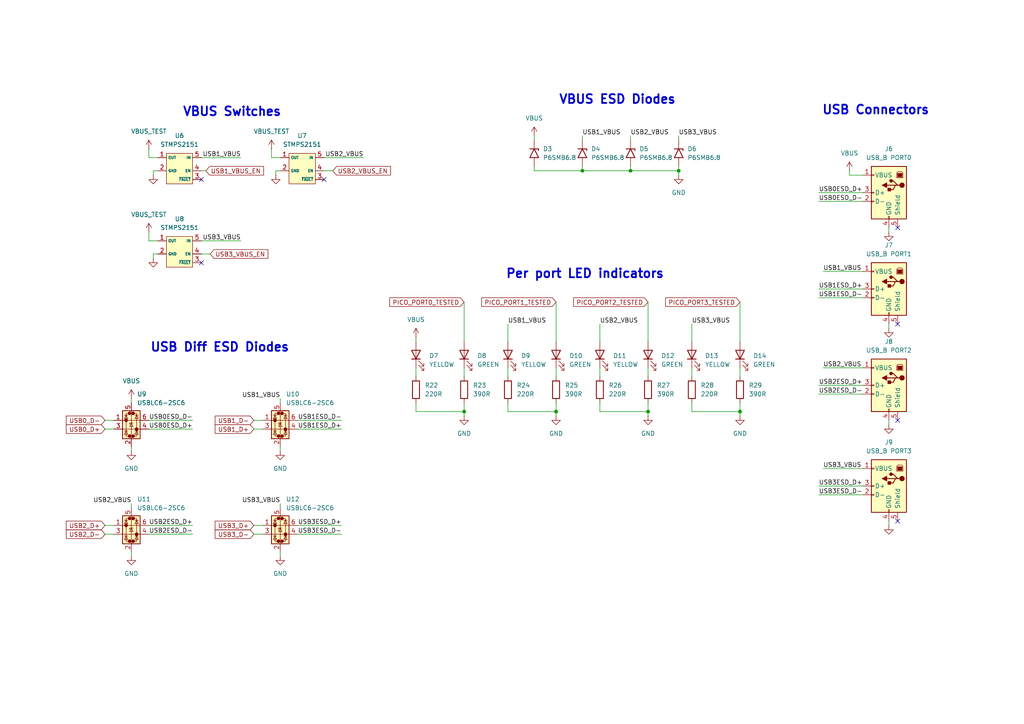
<source format=kicad_sch>
(kicad_sch (version 20250114) (generator "eeschema") (generator_version "9.0")
  (paper "A4")
  (lib_symbols
    (symbol "Connector:USB_B" (pin_names (offset 1.016))
      (property "Reference" "J" (at -5.08 11.43 0))
      (property "Value" "USB_B" (at -5.08 8.89 0))
      (symbol "USB_B_0_1"
        (rectangle (start -5.08 -7.62) (end 5.08 7.62) (stroke (width 0.254)) (fill (type background)))
        (polyline (pts (xy -4.064 4.318) (xy -2.286 4.318) (xy -2.286 5.715) (xy -2.667 6.096) (xy -3.683 6.096) (xy -4.064 5.715) (xy -4.064 4.318)))
        (rectangle (start -3.81 5.588) (end -2.54 4.572) (fill (type outline)))
        (circle (center -3.81 2.159) (radius 0.635) (stroke (width 0.254)) (fill (type outline)))
        (polyline (pts (xy -3.175 2.159) (xy -2.54 2.159) (xy -1.27 3.429) (xy -0.635 3.429)) (stroke (width 0.254)))
        (polyline (pts (xy -2.54 2.159) (xy -1.905 2.159) (xy -1.27 0.889) (xy 0 0.889)) (stroke (width 0.254)))
        (polyline (pts (xy -1.905 2.159) (xy 0.635 2.159)) (stroke (width 0.254)))
        (circle (center -0.635 3.429) (radius 0.381) (stroke (width 0.254)) (fill (type outline)))
        (rectangle (start -0.127 -7.62) (end 0.127 -6.858))
        (rectangle (start 0.254 1.27) (end -0.508 0.508) (stroke (width 0.254)) (fill (type outline)))
        (polyline (pts (xy 0.635 2.794) (xy 0.635 1.524) (xy 1.905 2.159) (xy 0.635 2.794)) (stroke (width 0.254)) (fill (type outline)))
        (rectangle (start 5.08 4.953) (end 4.318 5.207))
        (rectangle (start 5.08 -0.127) (end 4.318 0.127))
        (rectangle (start 5.08 -2.667) (end 4.318 -2.413))
      )
      (symbol "USB_B_1_1"
        (pin passive line (at -2.54 -10.16 90) (length 2.54) (name "Shield") (number "5"))
        (pin power_out line (at 0 -10.16 90) (length 2.54) (name "GND") (number "4"))
        (pin power_out line (at 7.62 5.08 180) (length 2.54) (name "VBUS") (number "1"))
        (pin bidirectional line (at 7.62 0 180) (length 2.54) (name "D+") (number "3"))
        (pin bidirectional line (at 7.62 -2.54 180) (length 2.54) (name "D-") (number "2"))
      )
    )
    (symbol "Device:LED" (pin_numbers (hide yes)) (pin_names (offset 1.016) (hide yes))
      (property "Reference" "D" (at 0 2.54 0))
      (property "Value" "LED" (at 0 -2.54 0))
      (symbol "LED_0_1"
        (polyline (pts (xy -3.048 -0.762) (xy -4.572 -2.286) (xy -3.81 -2.286) (xy -4.572 -2.286) (xy -4.572 -1.524)))
        (polyline (pts (xy -1.778 -0.762) (xy -3.302 -2.286) (xy -2.54 -2.286) (xy -3.302 -2.286) (xy -3.302 -1.524)))
        (polyline (pts (xy -1.27 0) (xy 1.27 0)))
        (polyline (pts (xy -1.27 -1.27) (xy -1.27 1.27)) (stroke (width 0.254)))
        (polyline (pts (xy 1.27 -1.27) (xy 1.27 1.27) (xy -1.27 0) (xy 1.27 -1.27)) (stroke (width 0.254)))
      )
      (symbol "LED_1_1"
        (pin passive line (at -3.81 0 0) (length 2.54) (name "K") (number "1"))
        (pin passive line (at 3.81 0 180) (length 2.54) (name "A") (number "2"))
      )
    )
    (symbol "Device:R" (pin_numbers (hide yes)) (pin_names (offset 0))
      (property "Reference" "R" (at 2.032 0 90))
      (property "Value" "R" (at 0 0 90))
      (symbol "R_0_1"
        (rectangle (start -1.016 -2.54) (end 1.016 2.54) (stroke (width 0.254)))
      )
      (symbol "R_1_1"
        (pin passive line (at 0 3.81 270) (length 1.27) (name "~") (number "1"))
        (pin passive line (at 0 -3.81 90) (length 1.27) (name "~") (number "2"))
      )
    )
    (symbol "Diode:SM6T6V8A" (pin_numbers (hide yes)) (pin_names (offset 1.016) (hide yes))
      (property "Reference" "D" (at 0 2.54 0))
      (property "Value" "SM6T6V8A" (at 0 -2.54 0))
      (symbol "SM6T6V8A_0_1"
        (polyline (pts (xy -0.762 1.27) (xy -1.27 1.27) (xy -1.27 -1.27)) (stroke (width 0.254)))
        (polyline (pts (xy 1.27 1.27) (xy 1.27 -1.27) (xy -1.27 0) (xy 1.27 1.27)) (stroke (width 0.254)))
      )
      (symbol "SM6T6V8A_1_1"
        (pin passive line (at -3.81 0 0) (length 2.54) (name "A1") (number "1"))
        (pin passive line (at 3.81 0 180) (length 2.54) (name "A2") (number "2"))
      )
    )
    (symbol "My_Library:STMPS2151STR"
      (property "Reference" "U" (at 2.794 8.636 0))
      (property "Value" "STMPS2151" (at 4.318 6.604 0))
      (symbol "STMPS2151STR_1_1"
        (rectangle (start -3.81 5.08) (end 3.81 -3.81) (fill (type background)))
        (pin power_in line (at -6.35 3.81 0) (length 2.54) (name "IN") (number "5"))
        (pin input line (at -6.35 0 0) (length 2.54) (name "EN") (number "4"))
        (pin output line (at -6.35 -2.54 0) (length 2.54) (name "~{FAULT}") (number "3"))
        (pin power_out line (at 6.35 3.81 180) (length 2.54) (name "OUT") (number "1"))
        (pin power_in line (at 6.35 0 180) (length 2.54) (name "GND") (number "2"))
      )
    )
    (symbol "Power_Protection:USBLC6-2SC6" (pin_names (hide yes))
      (property "Reference" "U" (at 0.635 5.715 0))
      (property "Value" "USBLC6-2SC6" (at 0.635 3.81 0))
      (symbol "USBLC6-2SC6_0_0"
        (circle (center -1.524 0) (radius 0.0001) (stroke (width 0.508)))
        (circle (center -0.508 2.032) (radius 0.0001) (stroke (width 0.508)))
        (circle (center -0.508 -4.572) (radius 0.0001) (stroke (width 0.508)))
        (circle (center 0.508 2.032) (radius 0.0001) (stroke (width 0.508)))
        (circle (center 0.508 -4.572) (radius 0.0001) (stroke (width 0.508)))
        (circle (center 1.524 -2.54) (radius 0.0001) (stroke (width 0.508)))
      )
      (symbol "USBLC6-2SC6_0_1"
        (polyline (pts (xy -2.54 0) (xy 2.54 0)))
        (polyline (pts (xy -2.54 -2.54) (xy 2.54 -2.54)))
        (polyline (pts (xy -2.032 0.508) (xy -1.016 0.508) (xy -1.524 1.524) (xy -2.032 0.508)))
        (polyline (pts (xy -2.032 -3.048) (xy -1.016 -3.048)))
        (polyline (pts (xy -1.016 1.524) (xy -2.032 1.524)))
        (polyline (pts (xy -1.016 -4.064) (xy -2.032 -4.064) (xy -1.524 -3.048) (xy -1.016 -4.064)))
        (polyline (pts (xy -0.508 -1.143) (xy -0.508 -0.762) (xy 0.508 -0.762)))
        (polyline (pts (xy 0 2.54) (xy -0.508 2.032) (xy 0.508 2.032) (xy 0 1.524) (xy 0 -4.064) (xy -0.508 -4.572) (xy 0.508 -4.572) (xy 0 -5.08)))
        (polyline (pts (xy 0.508 -1.778) (xy -0.508 -1.778) (xy 0 -0.762) (xy 0.508 -1.778)))
        (polyline (pts (xy 1.016 1.524) (xy 2.032 1.524)))
        (polyline (pts (xy 1.016 -3.048) (xy 2.032 -3.048)))
        (polyline (pts (xy 2.032 0.508) (xy 1.016 0.508) (xy 1.524 1.524) (xy 2.032 0.508)))
        (polyline (pts (xy 2.032 -4.064) (xy 1.016 -4.064) (xy 1.524 -3.048) (xy 2.032 -4.064)))
      )
      (symbol "USBLC6-2SC6_1_1"
        (rectangle (start -2.54 2.794) (end 2.54 -5.334) (stroke (width 0.254)) (fill (type background)))
        (polyline (pts (xy -0.508 2.032) (xy -1.524 2.032) (xy -1.524 -4.572) (xy -0.508 -4.572)))
        (polyline (pts (xy 0.508 -4.572) (xy 1.524 -4.572) (xy 1.524 2.032) (xy 0.508 2.032)))
        (pin passive line (at -5.08 0 0) (length 2.54) (name "I/O1") (number "1"))
        (pin passive line (at -5.08 -2.54 0) (length 2.54) (name "I/O2") (number "3"))
        (pin passive line (at 0 5.08 270) (length 2.54) (name "VBUS") (number "5"))
        (pin passive line (at 0 -7.62 90) (length 2.54) (name "GND") (number "2"))
        (pin passive line (at 5.08 0 180) (length 2.54) (name "I/O1") (number "6"))
        (pin passive line (at 5.08 -2.54 180) (length 2.54) (name "I/O2") (number "4"))
      )
    )
    (symbol "power:GND" (power) (pin_numbers (hide yes)) (pin_names (offset 0) (hide yes))
      (property "Value" "GND" (at 0 -3.81 0))
      (symbol "GND_0_1"
        (polyline (pts (xy 0 0) (xy 0 -1.27) (xy 1.27 -1.27) (xy 0 -2.54) (xy -1.27 -1.27) (xy 0 -1.27)))
      )
      (symbol "GND_1_1"
        (pin power_in line (at 0 0 270) (length 0) (name "~") (number "1"))
      )
    )
    (symbol "power:VBUS" (power) (pin_numbers (hide yes)) (pin_names (offset 0) (hide yes))
      (property "Value" "VBUS" (at 0 3.556 0))
      (symbol "VBUS_0_1"
        (polyline (pts (xy -0.762 1.27) (xy 0 2.54)))
        (polyline (pts (xy 0 2.54) (xy 0.762 1.27)))
        (polyline (pts (xy 0 0) (xy 0 2.54)))
      )
      (symbol "VBUS_1_1"
        (pin power_in line (at 0 0 90) (length 0) (name "~") (number "1"))
      )
    )
  )
  (text "VBUS ESD Diodes" (at 179.07 28.956 0) (effects (font (size 2.54 2.54) (thickness 0.508) (bold yes))))
  (text "USB Diff ESD Diodes" (at 63.754 100.838 0) (effects (font (size 2.54 2.54) (thickness 0.508) (bold yes))))
  (text "VBUS Switches" (at 67.31 32.512 0) (effects (font (size 2.54 2.54) (thickness 0.508) (bold yes))))
  (text "Per port LED indicators" (at 169.672 79.502 0) (effects (font (size 2.54 2.54) (thickness 0.508) (bold yes))))
  (text "USB Connectors" (at 254 32.004 0) (effects (font (size 2.54 2.54) (thickness 0.508) (bold yes))))
  (junction (at 161.29 119.38))
  (junction (at 196.85 49.53))
  (junction (at 214.63 119.38))
  (junction (at 187.96 119.38))
  (junction (at 168.91 49.53))
  (junction (at 134.62 119.38))
  (junction (at 182.88 49.53))
  (no_connect (at 93.98 52.07))
  (no_connect (at 58.42 76.2))
  (no_connect (at 260.35 151.13))
  (no_connect (at 260.35 66.04))
  (no_connect (at 260.35 93.98))
  (no_connect (at 260.35 121.92))
  (no_connect (at 58.42 52.07))
  (wire (pts (xy 196.85 39.37) (xy 196.85 40.64)))
  (wire (pts (xy 134.62 87.63) (xy 134.62 99.06)))
  (wire (pts (xy 38.1 160.02) (xy 38.1 161.29)))
  (wire (pts (xy 173.99 106.68) (xy 173.99 109.22)))
  (wire (pts (xy 38.1 146.05) (xy 38.1 147.32)))
  (wire (pts (xy 187.96 87.63) (xy 187.96 99.06)))
  (wire (pts (xy 58.42 69.85) (xy 69.85 69.85)))
  (wire (pts (xy 214.63 87.63) (xy 214.63 99.06)))
  (wire (pts (xy 45.72 45.72) (xy 43.18 45.72)))
  (wire (pts (xy 214.63 106.68) (xy 214.63 109.22)))
  (wire (pts (xy 43.18 121.92) (xy 55.88 121.92)))
  (wire (pts (xy 237.49 111.76) (xy 250.19 111.76)))
  (wire (pts (xy 38.1 115.57) (xy 38.1 116.84)))
  (wire (pts (xy 55.88 152.4) (xy 43.18 152.4)))
  (wire (pts (xy 182.88 49.53) (xy 196.85 49.53)))
  (wire (pts (xy 120.65 97.79) (xy 120.65 99.06)))
  (wire (pts (xy 134.62 116.84) (xy 134.62 119.38)))
  (wire (pts (xy 257.81 66.04) (xy 257.81 67.31)))
  (wire (pts (xy 200.66 116.84) (xy 200.66 119.38)))
  (wire (pts (xy 161.29 119.38) (xy 161.29 120.65)))
  (wire (pts (xy 200.66 93.98) (xy 200.66 99.06)))
  (wire (pts (xy 30.48 124.46) (xy 33.02 124.46)))
  (wire (pts (xy 237.49 58.42) (xy 250.19 58.42)))
  (wire (pts (xy 237.49 55.88) (xy 250.19 55.88)))
  (wire (pts (xy 120.65 116.84) (xy 120.65 119.38)))
  (wire (pts (xy 134.62 106.68) (xy 134.62 109.22)))
  (wire (pts (xy 99.06 121.92) (xy 86.36 121.92)))
  (wire (pts (xy 73.66 154.94) (xy 76.2 154.94)))
  (wire (pts (xy 147.32 116.84) (xy 147.32 119.38)))
  (wire (pts (xy 168.91 48.26) (xy 168.91 49.53)))
  (wire (pts (xy 168.91 39.37) (xy 168.91 40.64)))
  (wire (pts (xy 187.96 116.84) (xy 187.96 119.38)))
  (wire (pts (xy 161.29 116.84) (xy 161.29 119.38)))
  (wire (pts (xy 173.99 116.84) (xy 173.99 119.38)))
  (wire (pts (xy 81.28 146.05) (xy 81.28 147.32)))
  (wire (pts (xy 81.28 45.72) (xy 78.74 45.72)))
  (wire (pts (xy 43.18 69.85) (xy 43.18 67.31)))
  (wire (pts (xy 45.72 69.85) (xy 43.18 69.85)))
  (wire (pts (xy 81.28 160.02) (xy 81.28 161.29)))
  (wire (pts (xy 120.65 119.38) (xy 134.62 119.38)))
  (wire (pts (xy 237.49 86.36) (xy 250.19 86.36)))
  (wire (pts (xy 81.28 129.54) (xy 81.28 130.81)))
  (wire (pts (xy 187.96 106.68) (xy 187.96 109.22)))
  (wire (pts (xy 214.63 119.38) (xy 214.63 120.65)))
  (wire (pts (xy 257.81 151.13) (xy 257.81 152.4)))
  (wire (pts (xy 200.66 106.68) (xy 200.66 109.22)))
  (wire (pts (xy 173.99 93.98) (xy 173.99 99.06)))
  (wire (pts (xy 161.29 87.63) (xy 161.29 99.06)))
  (wire (pts (xy 237.49 140.97) (xy 250.19 140.97)))
  (wire (pts (xy 81.28 115.57) (xy 81.28 116.84)))
  (wire (pts (xy 196.85 48.26) (xy 196.85 49.53)))
  (wire (pts (xy 257.81 93.98) (xy 257.81 95.25)))
  (wire (pts (xy 93.98 49.53) (xy 96.52 49.53)))
  (wire (pts (xy 30.48 154.94) (xy 33.02 154.94)))
  (wire (pts (xy 238.76 135.89) (xy 250.19 135.89)))
  (wire (pts (xy 73.66 152.4) (xy 76.2 152.4)))
  (wire (pts (xy 99.06 154.94) (xy 86.36 154.94)))
  (wire (pts (xy 99.06 152.4) (xy 86.36 152.4)))
  (wire (pts (xy 173.99 119.38) (xy 187.96 119.38)))
  (wire (pts (xy 168.91 49.53) (xy 182.88 49.53)))
  (wire (pts (xy 154.94 49.53) (xy 168.91 49.53)))
  (wire (pts (xy 237.49 114.3) (xy 250.19 114.3)))
  (wire (pts (xy 237.49 143.51) (xy 250.19 143.51)))
  (wire (pts (xy 45.72 73.66) (xy 44.45 73.66)))
  (wire (pts (xy 44.45 49.53) (xy 44.45 50.8)))
  (wire (pts (xy 246.38 49.53) (xy 246.38 50.8)))
  (wire (pts (xy 238.76 78.74) (xy 250.19 78.74)))
  (wire (pts (xy 161.29 106.68) (xy 161.29 109.22)))
  (wire (pts (xy 80.01 49.53) (xy 80.01 50.8)))
  (wire (pts (xy 43.18 124.46) (xy 55.88 124.46)))
  (wire (pts (xy 44.45 73.66) (xy 44.45 74.93)))
  (wire (pts (xy 30.48 152.4) (xy 33.02 152.4)))
  (wire (pts (xy 246.38 50.8) (xy 250.19 50.8)))
  (wire (pts (xy 55.88 154.94) (xy 43.18 154.94)))
  (wire (pts (xy 214.63 116.84) (xy 214.63 119.38)))
  (wire (pts (xy 43.18 45.72) (xy 43.18 43.18)))
  (wire (pts (xy 200.66 119.38) (xy 214.63 119.38)))
  (wire (pts (xy 196.85 49.53) (xy 196.85 50.8)))
  (wire (pts (xy 30.48 121.92) (xy 33.02 121.92)))
  (wire (pts (xy 120.65 106.68) (xy 120.65 109.22)))
  (wire (pts (xy 147.32 106.68) (xy 147.32 109.22)))
  (wire (pts (xy 147.32 93.98) (xy 147.32 99.06)))
  (wire (pts (xy 238.76 106.68) (xy 250.19 106.68)))
  (wire (pts (xy 257.81 121.92) (xy 257.81 123.19)))
  (wire (pts (xy 154.94 48.26) (xy 154.94 49.53)))
  (wire (pts (xy 154.94 39.37) (xy 154.94 40.64)))
  (wire (pts (xy 38.1 129.54) (xy 38.1 130.81)))
  (wire (pts (xy 73.66 124.46) (xy 76.2 124.46)))
  (wire (pts (xy 187.96 119.38) (xy 187.96 120.65)))
  (wire (pts (xy 58.42 45.72) (xy 69.85 45.72)))
  (wire (pts (xy 58.42 49.53) (xy 59.69 49.53)))
  (wire (pts (xy 58.42 73.66) (xy 60.96 73.66)))
  (wire (pts (xy 78.74 45.72) (xy 78.74 43.18)))
  (wire (pts (xy 73.66 121.92) (xy 76.2 121.92)))
  (wire (pts (xy 99.06 124.46) (xy 86.36 124.46)))
  (wire (pts (xy 147.32 119.38) (xy 161.29 119.38)))
  (wire (pts (xy 237.49 83.82) (xy 250.19 83.82)))
  (wire (pts (xy 93.98 45.72) (xy 105.41 45.72)))
  (wire (pts (xy 182.88 39.37) (xy 182.88 40.64)))
  (wire (pts (xy 81.28 49.53) (xy 80.01 49.53)))
  (wire (pts (xy 45.72 49.53) (xy 44.45 49.53)))
  (wire (pts (xy 134.62 119.38) (xy 134.62 120.65)))
  (wire (pts (xy 182.88 48.26) (xy 182.88 49.53)))
  (label "USB1ESD_D-" (at 237.49 86.36 0))
  (label "USB1_VBUS" (at 168.91 39.37 0))
  (label "USB2ESD_D-" (at 237.49 114.3 0))
  (label "USB1_VBUS" (at 69.85 45.72 180))
  (label "USB0ESD_D-" (at 55.88 121.92 180))
  (label "USB1ESD_D+" (at 237.49 83.82 0))
  (label "USB2ESD_D-" (at 55.88 154.94 180))
  (label "USB0ESD_D+" (at 55.88 124.46 180))
  (label "USB2_VBUS" (at 182.88 39.37 0))
  (label "USB2_VBUS" (at 105.41 45.72 180))
  (label "USB0ESD_D-" (at 237.49 58.42 0))
  (label "USB1_VBUS" (at 147.32 93.98 0))
  (label "USB3ESD_D-" (at 237.49 143.51 0))
  (label "USB1ESD_D-" (at 99.06 121.92 180))
  (label "USB3_VBUS" (at 196.85 39.37 0))
  (label "USB2_VBUS" (at 173.99 93.98 0))
  (label "USB2_VBUS" (at 238.76 106.68 0))
  (label "USB3_VBUS" (at 238.76 135.89 0))
  (label "USB1ESD_D+" (at 99.06 124.46 180))
  (label "USB3_VBUS" (at 69.85 69.85 180))
  (label "USB3_VBUS" (at 81.28 146.05 180))
  (label "USB2ESD_D+" (at 237.49 111.76 0))
  (label "USB3ESD_D+" (at 237.49 140.97 0))
  (label "USB0ESD_D+" (at 237.49 55.88 0))
  (label "USB1_VBUS" (at 238.76 78.74 0))
  (label "USB2_VBUS" (at 38.1 146.05 180))
  (label "USB1_VBUS" (at 81.28 115.57 180))
  (label "USB3_VBUS" (at 200.66 93.98 0))
  (label "USB2ESD_D+" (at 55.88 152.4 180))
  (label "USB3ESD_D-" (at 99.06 154.94 180))
  (label "USB3ESD_D+" (at 99.06 152.4 180))
  (global_label "USB2_D+" (shape input) (at 30.48 152.4 180) (property "Intersheetrefs" "${INTERSHEET_REFS}" (effects (hide yes))))
  (global_label "USB2_VBUS_EN" (shape input) (at 96.52 49.53 0) (property "Intersheetrefs" "${INTERSHEET_REFS}" (effects (hide yes))))
  (global_label "USB1_D+" (shape input) (at 73.66 124.46 180) (property "Intersheetrefs" "${INTERSHEET_REFS}" (effects (hide yes))))
  (global_label "PICO_PORT1_TESTED" (shape input) (at 161.29 87.63 180) (property "Intersheetrefs" "${INTERSHEET_REFS}" (effects (hide yes))))
  (global_label "USB0_D-" (shape input) (at 30.48 121.92 180) (property "Intersheetrefs" "${INTERSHEET_REFS}" (effects (hide yes))))
  (global_label "USB1_VBUS_EN" (shape input) (at 59.69 49.53 0) (property "Intersheetrefs" "${INTERSHEET_REFS}" (effects (hide yes))))
  (global_label "PICO_PORT2_TESTED" (shape input) (at 187.96 87.63 180) (property "Intersheetrefs" "${INTERSHEET_REFS}" (effects (hide yes))))
  (global_label "USB0_D+" (shape input) (at 30.48 124.46 180) (property "Intersheetrefs" "${INTERSHEET_REFS}" (effects (hide yes))))
  (global_label "PICO_PORT3_TESTED" (shape input) (at 214.63 87.63 180) (property "Intersheetrefs" "${INTERSHEET_REFS}" (effects (hide yes))))
  (global_label "USB3_D+" (shape input) (at 73.66 152.4 180) (property "Intersheetrefs" "${INTERSHEET_REFS}" (effects (hide yes))))
  (global_label "PICO_PORT0_TESTED" (shape input) (at 134.62 87.63 180) (property "Intersheetrefs" "${INTERSHEET_REFS}" (effects (hide yes))))
  (global_label "USB2_D-" (shape input) (at 30.48 154.94 180) (property "Intersheetrefs" "${INTERSHEET_REFS}" (effects (hide yes))))
  (global_label "USB3_D-" (shape input) (at 73.66 154.94 180) (property "Intersheetrefs" "${INTERSHEET_REFS}" (effects (hide yes))))
  (global_label "USB3_VBUS_EN" (shape input) (at 60.96 73.66 0) (property "Intersheetrefs" "${INTERSHEET_REFS}" (effects (hide yes))))
  (global_label "USB1_D-" (shape input) (at 73.66 121.92 180) (property "Intersheetrefs" "${INTERSHEET_REFS}" (effects (hide yes))))
  (symbol (lib_id "Diode:SM6T6V8A") (at 154.94 44.45 270) (unit 1)
    (property "Reference" "D3" (at 157.48 43.1799 90) (effects (justify left)))
    (property "Value" "P6SMB6.8" (at 157.48 45.7199 90) (effects (justify left)))
    (property "Footprint" "Diode_SMD:D_SMB" (effects (hide yes)))
    (property "Datasheet" "https://www.st.com/resource/en/datasheet/sm6t.pdf" (effects (hide yes)))
    (property "Description" "600W unidirectional Transil Transient Voltage Suppressor, 6.8Vrwm, DO-214AA" (effects (hide yes)))
  )
  (symbol (lib_id "power:GND") (at 134.62 120.65 0) (unit 1)
    (property "Reference" "#PWR052" (effects (hide yes)))
    (property "Value" "GND" (at 134.62 125.73 0))
    (property "Description" "Power symbol creates a global label with name \"GND\" , ground" (effects (hide yes)))
  )
  (symbol (lib_id "Connector:USB_B") (at 257.81 55.88 0) (mirror y) (unit 1)
    (property "Reference" "J6" (at 257.81 43.18 0))
    (property "Value" "USB_B PORT0" (at 257.81 45.72 0))
    (property "Footprint" "My_Library:USB_B_Vertical" (effects (hide yes)))
    (property "Description" "USB Type B connector" (effects (hide yes)))
  )
  (symbol (lib_id "power:GND") (at 196.85 50.8 0) (unit 1)
    (property "Reference" "#PWR044" (effects (hide yes)))
    (property "Value" "GND" (at 196.85 55.88 0))
    (property "Description" "Power symbol creates a global label with name \"GND\" , ground" (effects (hide yes)))
  )
  (symbol (lib_id "power:GND") (at 257.81 152.4 0) (unit 1)
    (property "Reference" "#PWR061" (effects (hide yes)))
    (property "Value" "GND" (effects (hide yes)))
    (property "Description" "Power symbol creates a global label with name \"GND\" , ground" (effects (hide yes)))
  )
  (symbol (lib_id "Power_Protection:USBLC6-2SC6") (at 81.28 152.4 0) (unit 1)
    (property "Reference" "U12" (at 82.9311 144.78 0) (effects (justify left)))
    (property "Value" "USBLC6-2SC6" (at 82.9311 147.32 0) (effects (justify left)))
    (property "Footprint" "Package_TO_SOT_SMD:SOT-23-6" (effects (hide yes)))
    (property "Datasheet" "https://www.st.com/resource/en/datasheet/usblc6-2.pdf" (effects (hide yes)))
    (property "Description" "Very low capacitance ESD protection diode, 2 data-line, SOT-23-6" (effects (hide yes)))
  )
  (symbol (lib_id "Device:R") (at 147.32 113.03 0) (unit 1)
    (property "Reference" "R24" (at 149.86 111.7599 0) (effects (justify left)))
    (property "Value" "220R" (at 149.86 114.2999 0) (effects (justify left)))
    (property "Footprint" "Resistor_SMD:R_0603_1608Metric_Pad0.98x0.95mm_HandSolder" (effects (hide yes)))
    (property "Description" "Resistor" (effects (hide yes)))
  )
  (symbol (lib_id "power:VBUS") (at 78.74 43.18 0) (unit 1)
    (property "Reference" "#PWR040" (effects (hide yes)))
    (property "Value" "VBUS_TEST" (at 78.74 38.1 0))
    (property "Description" "Power symbol creates a global label with name \"VBUS\"" (effects (hide yes)))
  )
  (symbol (lib_id "Connector:USB_B") (at 257.81 83.82 0) (mirror y) (unit 1)
    (property "Reference" "J7" (at 257.81 71.12 0))
    (property "Value" "USB_B PORT1" (at 257.81 73.66 0))
    (property "Footprint" "My_Library:USB_B_Vertical" (effects (hide yes)))
    (property "Description" "USB Type B connector" (effects (hide yes)))
  )
  (symbol (lib_id "Diode:SM6T6V8A") (at 182.88 44.45 270) (unit 1)
    (property "Reference" "D5" (at 185.42 43.1799 90) (effects (justify left)))
    (property "Value" "P6SMB6.8" (at 185.42 45.7199 90) (effects (justify left)))
    (property "Footprint" "Diode_SMD:D_SMB" (effects (hide yes)))
    (property "Datasheet" "https://www.st.com/resource/en/datasheet/sm6t.pdf" (effects (hide yes)))
    (property "Description" "600W unidirectional Transil Transient Voltage Suppressor, 6.8Vrwm, DO-214AA" (effects (hide yes)))
  )
  (symbol (lib_id "Power_Protection:USBLC6-2SC6") (at 81.28 121.92 0) (unit 1)
    (property "Reference" "U10" (at 82.9311 114.3 0) (effects (justify left)))
    (property "Value" "USBLC6-2SC6" (at 82.9311 116.84 0) (effects (justify left)))
    (property "Footprint" "Package_TO_SOT_SMD:SOT-23-6" (effects (hide yes)))
    (property "Datasheet" "https://www.st.com/resource/en/datasheet/usblc6-2.pdf" (effects (hide yes)))
    (property "Description" "Very low capacitance ESD protection diode, 2 data-line, SOT-23-6" (effects (hide yes)))
  )
  (symbol (lib_id "power:VBUS") (at 154.94 39.37 0) (unit 1)
    (property "Reference" "#PWR038" (effects (hide yes)))
    (property "Value" "VBUS" (at 154.94 34.29 0))
    (property "Description" "Power symbol creates a global label with name \"VBUS\"" (effects (hide yes)))
  )
  (symbol (lib_id "power:GND") (at 214.63 120.65 0) (unit 1)
    (property "Reference" "#PWR055" (effects (hide yes)))
    (property "Value" "GND" (at 214.63 125.73 0))
    (property "Description" "Power symbol creates a global label with name \"GND\" , ground" (effects (hide yes)))
  )
  (symbol (lib_id "Device:R") (at 161.29 113.03 0) (unit 1)
    (property "Reference" "R25" (at 163.83 111.7599 0) (effects (justify left)))
    (property "Value" "390R" (at 163.83 114.2999 0) (effects (justify left)))
    (property "Footprint" "Resistor_SMD:R_0603_1608Metric_Pad0.98x0.95mm_HandSolder" (effects (hide yes)))
    (property "Description" "Resistor" (effects (hide yes)))
  )
  (symbol (lib_id "power:VBUS") (at 43.18 67.31 0) (unit 1)
    (property "Reference" "#PWR045" (effects (hide yes)))
    (property "Value" "VBUS_TEST" (at 43.18 62.23 0))
    (property "Description" "Power symbol creates a global label with name \"VBUS\"" (effects (hide yes)))
  )
  (symbol (lib_id "Diode:SM6T6V8A") (at 168.91 44.45 270) (unit 1)
    (property "Reference" "D4" (at 171.45 43.1799 90) (effects (justify left)))
    (property "Value" "P6SMB6.8" (at 171.45 45.7199 90) (effects (justify left)))
    (property "Footprint" "Diode_SMD:D_SMB" (effects (hide yes)))
    (property "Datasheet" "https://www.st.com/resource/en/datasheet/sm6t.pdf" (effects (hide yes)))
    (property "Description" "600W unidirectional Transil Transient Voltage Suppressor, 6.8Vrwm, DO-214AA" (effects (hide yes)))
  )
  (symbol (lib_id "Device:R") (at 120.65 113.03 0) (unit 1)
    (property "Reference" "R22" (at 123.19 111.7599 0) (effects (justify left)))
    (property "Value" "220R" (at 123.19 114.2999 0) (effects (justify left)))
    (property "Footprint" "Resistor_SMD:R_0603_1608Metric_Pad0.98x0.95mm_HandSolder" (effects (hide yes)))
    (property "Description" "Resistor" (effects (hide yes)))
  )
  (symbol (lib_id "power:VBUS") (at 38.1 115.57 0) (unit 1)
    (property "Reference" "#PWR050" (effects (hide yes)))
    (property "Value" "VBUS" (at 38.1 110.49 0))
    (property "Description" "Power symbol creates a global label with name \"VBUS\"" (effects (hide yes)))
  )
  (symbol (lib_id "Device:R") (at 173.99 113.03 0) (unit 1)
    (property "Reference" "R26" (at 176.53 111.7599 0) (effects (justify left)))
    (property "Value" "220R" (at 176.53 114.2999 0) (effects (justify left)))
    (property "Footprint" "Resistor_SMD:R_0603_1608Metric_Pad0.98x0.95mm_HandSolder" (effects (hide yes)))
    (property "Description" "Resistor" (effects (hide yes)))
  )
  (symbol (lib_id "Connector:USB_B") (at 257.81 140.97 0) (mirror y) (unit 1)
    (property "Reference" "J9" (at 257.81 128.27 0))
    (property "Value" "USB_B PORT3" (at 257.81 130.81 0))
    (property "Footprint" "My_Library:USB_B_Vertical" (effects (hide yes)))
    (property "Description" "USB Type B connector" (effects (hide yes)))
  )
  (symbol (lib_id "Device:LED") (at 173.99 102.87 90) (unit 1)
    (property "Reference" "D11" (at 177.8 103.1874 90) (effects (justify right)))
    (property "Value" "YELLOW" (at 177.8 105.7274 90) (effects (justify right)))
    (property "Footprint" "LED_THT:LED_D3.0mm" (effects (hide yes)))
    (property "Description" "Light emitting diode" (effects (hide yes)))
    (property "Sim.Pins" "1=K 2=A" (effects (hide yes)))
  )
  (symbol (lib_id "Device:R") (at 214.63 113.03 0) (unit 1)
    (property "Reference" "R29" (at 217.17 111.7599 0) (effects (justify left)))
    (property "Value" "390R" (at 217.17 114.2999 0) (effects (justify left)))
    (property "Footprint" "Resistor_SMD:R_0603_1608Metric_Pad0.98x0.95mm_HandSolder" (effects (hide yes)))
    (property "Description" "Resistor" (effects (hide yes)))
  )
  (symbol (lib_id "power:GND") (at 80.01 50.8 0) (unit 1)
    (property "Reference" "#PWR043" (effects (hide yes)))
    (property "Value" "GND" (effects (hide yes)))
    (property "Description" "Power symbol creates a global label with name \"GND\" , ground" (effects (hide yes)))
  )
  (symbol (lib_id "power:GND") (at 257.81 95.25 0) (unit 1)
    (property "Reference" "#PWR048" (effects (hide yes)))
    (property "Value" "GND" (effects (hide yes)))
    (property "Description" "Power symbol creates a global label with name \"GND\" , ground" (effects (hide yes)))
  )
  (symbol (lib_id "power:GND") (at 38.1 161.29 0) (unit 1)
    (property "Reference" "#PWR062" (effects (hide yes)))
    (property "Value" "GND" (at 38.1 166.37 0))
    (property "Description" "Power symbol creates a global label with name \"GND\" , ground" (effects (hide yes)))
  )
  (symbol (lib_id "Device:R") (at 134.62 113.03 0) (unit 1)
    (property "Reference" "R23" (at 137.16 111.7599 0) (effects (justify left)))
    (property "Value" "390R" (at 137.16 114.2999 0) (effects (justify left)))
    (property "Footprint" "Resistor_SMD:R_0603_1608Metric_Pad0.98x0.95mm_HandSolder" (effects (hide yes)))
    (property "Description" "Resistor" (effects (hide yes)))
  )
  (symbol (lib_id "power:GND") (at 257.81 123.19 0) (unit 1)
    (property "Reference" "#PWR056" (effects (hide yes)))
    (property "Value" "GND" (effects (hide yes)))
    (property "Description" "Power symbol creates a global label with name \"GND\" , ground" (effects (hide yes)))
  )
  (symbol (lib_id "Connector:USB_B") (at 257.81 111.76 0) (mirror y) (unit 1)
    (property "Reference" "J8" (at 257.81 99.06 0))
    (property "Value" "USB_B PORT2" (at 257.81 101.6 0))
    (property "Footprint" "My_Library:USB_B_Vertical" (effects (hide yes)))
    (property "Description" "USB Type B connector" (effects (hide yes)))
  )
  (symbol (lib_id "power:VBUS") (at 246.38 49.53 0) (unit 1)
    (property "Reference" "#PWR041" (effects (hide yes)))
    (property "Value" "VBUS" (at 246.38 44.45 0))
    (property "Description" "Power symbol creates a global label with name \"VBUS\"" (effects (hide yes)))
  )
  (symbol (lib_id "Diode:SM6T6V8A") (at 196.85 44.45 270) (unit 1)
    (property "Reference" "D6" (at 199.39 43.1799 90) (effects (justify left)))
    (property "Value" "P6SMB6.8" (at 199.39 45.7199 90) (effects (justify left)))
    (property "Footprint" "Diode_SMD:D_SMB" (effects (hide yes)))
    (property "Datasheet" "https://www.st.com/resource/en/datasheet/sm6t.pdf" (effects (hide yes)))
    (property "Description" "600W unidirectional Transil Transient Voltage Suppressor, 6.8Vrwm, DO-214AA" (effects (hide yes)))
  )
  (symbol (lib_id "Device:LED") (at 134.62 102.87 90) (unit 1)
    (property "Reference" "D8" (at 138.43 103.1874 90) (effects (justify right)))
    (property "Value" "GREEN" (at 138.43 105.7274 90) (effects (justify right)))
    (property "Footprint" "LED_THT:LED_D3.0mm" (effects (hide yes)))
    (property "Description" "Light emitting diode" (effects (hide yes)))
    (property "Sim.Pins" "1=K 2=A" (effects (hide yes)))
  )
  (symbol (lib_id "Device:LED") (at 147.32 102.87 90) (unit 1)
    (property "Reference" "D9" (at 151.13 103.1874 90) (effects (justify right)))
    (property "Value" "YELLOW" (at 151.13 105.7274 90) (effects (justify right)))
    (property "Footprint" "LED_THT:LED_D3.0mm" (effects (hide yes)))
    (property "Description" "Light emitting diode" (effects (hide yes)))
    (property "Sim.Pins" "1=K 2=A" (effects (hide yes)))
  )
  (symbol (lib_id "Device:LED") (at 200.66 102.87 90) (unit 1)
    (property "Reference" "D13" (at 204.47 103.1874 90) (effects (justify right)))
    (property "Value" "YELLOW" (at 204.47 105.7274 90) (effects (justify right)))
    (property "Footprint" "LED_THT:LED_D3.0mm" (effects (hide yes)))
    (property "Description" "Light emitting diode" (effects (hide yes)))
    (property "Sim.Pins" "1=K 2=A" (effects (hide yes)))
  )
  (symbol (lib_id "power:GND") (at 81.28 161.29 0) (unit 1)
    (property "Reference" "#PWR063" (effects (hide yes)))
    (property "Value" "GND" (at 81.28 166.37 0))
    (property "Description" "Power symbol creates a global label with name \"GND\" , ground" (effects (hide yes)))
  )
  (symbol (lib_id "Power_Protection:USBLC6-2SC6") (at 38.1 152.4 0) (unit 1)
    (property "Reference" "U11" (at 39.7511 144.78 0) (effects (justify left)))
    (property "Value" "USBLC6-2SC6" (at 39.7511 147.32 0) (effects (justify left)))
    (property "Footprint" "Package_TO_SOT_SMD:SOT-23-6" (effects (hide yes)))
    (property "Datasheet" "https://www.st.com/resource/en/datasheet/usblc6-2.pdf" (effects (hide yes)))
    (property "Description" "Very low capacitance ESD protection diode, 2 data-line, SOT-23-6" (effects (hide yes)))
  )
  (symbol (lib_id "power:GND") (at 257.81 67.31 0) (unit 1)
    (property "Reference" "#PWR046" (effects (hide yes)))
    (property "Value" "GND" (effects (hide yes)))
    (property "Description" "Power symbol creates a global label with name \"GND\" , ground" (effects (hide yes)))
  )
  (symbol (lib_id "Power_Protection:USBLC6-2SC6") (at 38.1 121.92 0) (unit 1)
    (property "Reference" "U9" (at 39.7511 114.3 0) (effects (justify left)))
    (property "Value" "USBLC6-2SC6" (at 39.7511 116.84 0) (effects (justify left)))
    (property "Footprint" "Package_TO_SOT_SMD:SOT-23-6" (effects (hide yes)))
    (property "Datasheet" "https://www.st.com/resource/en/datasheet/usblc6-2.pdf" (effects (hide yes)))
    (property "Description" "Very low capacitance ESD protection diode, 2 data-line, SOT-23-6" (effects (hide yes)))
  )
  (symbol (lib_id "power:GND") (at 81.28 130.81 0) (unit 1)
    (property "Reference" "#PWR058" (effects (hide yes)))
    (property "Value" "GND" (at 81.28 135.89 0))
    (property "Description" "Power symbol creates a global label with name \"GND\" , ground" (effects (hide yes)))
  )
  (symbol (lib_id "power:VBUS") (at 120.65 97.79 0) (unit 1)
    (property "Reference" "#PWR049" (effects (hide yes)))
    (property "Value" "VBUS" (at 120.65 92.71 0))
    (property "Description" "Power symbol creates a global label with name \"VBUS\"" (effects (hide yes)))
  )
  (symbol (lib_id "Device:LED") (at 187.96 102.87 90) (unit 1)
    (property "Reference" "D12" (at 191.77 103.1874 90) (effects (justify right)))
    (property "Value" "GREEN" (at 191.77 105.7274 90) (effects (justify right)))
    (property "Footprint" "LED_THT:LED_D3.0mm" (effects (hide yes)))
    (property "Description" "Light emitting diode" (effects (hide yes)))
    (property "Sim.Pins" "1=K 2=A" (effects (hide yes)))
  )
  (symbol (lib_id "power:GND") (at 38.1 130.81 0) (unit 1)
    (property "Reference" "#PWR057" (effects (hide yes)))
    (property "Value" "GND" (at 38.1 135.89 0))
    (property "Description" "Power symbol creates a global label with name \"GND\" , ground" (effects (hide yes)))
  )
  (symbol (lib_id "Device:R") (at 200.66 113.03 0) (unit 1)
    (property "Reference" "R28" (at 203.2 111.7599 0) (effects (justify left)))
    (property "Value" "220R" (at 203.2 114.2999 0) (effects (justify left)))
    (property "Footprint" "Resistor_SMD:R_0603_1608Metric_Pad0.98x0.95mm_HandSolder" (effects (hide yes)))
    (property "Description" "Resistor" (effects (hide yes)))
  )
  (symbol (lib_id "power:GND") (at 44.45 74.93 0) (unit 1)
    (property "Reference" "#PWR047" (effects (hide yes)))
    (property "Value" "GND" (effects (hide yes)))
    (property "Description" "Power symbol creates a global label with name \"GND\" , ground" (effects (hide yes)))
  )
  (symbol (lib_id "Device:R") (at 187.96 113.03 0) (unit 1)
    (property "Reference" "R27" (at 190.5 111.7599 0) (effects (justify left)))
    (property "Value" "390R" (at 190.5 114.2999 0) (effects (justify left)))
    (property "Footprint" "Resistor_SMD:R_0603_1608Metric_Pad0.98x0.95mm_HandSolder" (effects (hide yes)))
    (property "Description" "Resistor" (effects (hide yes)))
  )
  (symbol (lib_id "power:GND") (at 161.29 120.65 0) (unit 1)
    (property "Reference" "#PWR053" (effects (hide yes)))
    (property "Value" "GND" (at 161.29 125.73 0))
    (property "Description" "Power symbol creates a global label with name \"GND\" , ground" (effects (hide yes)))
  )
  (symbol (lib_id "power:VBUS") (at 43.18 43.18 0) (unit 1)
    (property "Reference" "#PWR039" (effects (hide yes)))
    (property "Value" "VBUS_TEST" (at 43.18 38.1 0))
    (property "Description" "Power symbol creates a global label with name \"VBUS\"" (effects (hide yes)))
  )
  (symbol (lib_id "My_Library:STMPS2151STR") (at 52.07 49.53 0) (mirror y) (unit 1)
    (property "Reference" "U6" (at 52.07 39.37 0))
    (property "Value" "STMPS2151" (at 52.07 41.91 0))
    (property "Footprint" "Package_TO_SOT_SMD:SOT-23-5_HandSoldering" (effects (hide yes)))
    (property "Datasheet" "https://www.farnell.com/datasheets/3758526.pdf" (effects (hide yes)))
    (property "Description" "Enhanced single channel power switch" (effects (hide yes)))
  )
  (symbol (lib_id "Device:LED") (at 120.65 102.87 90) (unit 1)
    (property "Reference" "D7" (at 124.46 103.1874 90) (effects (justify right)))
    (property "Value" "YELLOW" (at 124.46 105.7274 90) (effects (justify right)))
    (property "Footprint" "LED_THT:LED_D3.0mm" (effects (hide yes)))
    (property "Description" "Light emitting diode" (effects (hide yes)))
    (property "Sim.Pins" "1=K 2=A" (effects (hide yes)))
  )
  (symbol (lib_id "power:GND") (at 44.45 50.8 0) (unit 1)
    (property "Reference" "#PWR042" (effects (hide yes)))
    (property "Value" "GND" (effects (hide yes)))
    (property "Description" "Power symbol creates a global label with name \"GND\" , ground" (effects (hide yes)))
  )
  (symbol (lib_id "My_Library:STMPS2151STR") (at 87.63 49.53 0) (mirror y) (unit 1)
    (property "Reference" "U7" (at 87.63 39.37 0))
    (property "Value" "STMPS2151" (at 87.63 41.91 0))
    (property "Footprint" "Package_TO_SOT_SMD:SOT-23-5_HandSoldering" (effects (hide yes)))
    (property "Datasheet" "https://www.farnell.com/datasheets/3758526.pdf" (effects (hide yes)))
    (property "Description" "Enhanced single channel power switch" (effects (hide yes)))
  )
  (symbol (lib_id "power:GND") (at 187.96 120.65 0) (unit 1)
    (property "Reference" "#PWR054" (effects (hide yes)))
    (property "Value" "GND" (at 187.96 125.73 0))
    (property "Description" "Power symbol creates a global label with name \"GND\" , ground" (effects (hide yes)))
  )
  (symbol (lib_id "Device:LED") (at 161.29 102.87 90) (unit 1)
    (property "Reference" "D10" (at 165.1 103.1874 90) (effects (justify right)))
    (property "Value" "GREEN" (at 165.1 105.7274 90) (effects (justify right)))
    (property "Footprint" "LED_THT:LED_D3.0mm" (effects (hide yes)))
    (property "Description" "Light emitting diode" (effects (hide yes)))
    (property "Sim.Pins" "1=K 2=A" (effects (hide yes)))
  )
  (symbol (lib_id "Device:LED") (at 214.63 102.87 90) (unit 1)
    (property "Reference" "D14" (at 218.44 103.1874 90) (effects (justify right)))
    (property "Value" "GREEN" (at 218.44 105.7274 90) (effects (justify right)))
    (property "Footprint" "LED_THT:LED_D3.0mm" (effects (hide yes)))
    (property "Description" "Light emitting diode" (effects (hide yes)))
    (property "Sim.Pins" "1=K 2=A" (effects (hide yes)))
  )
  (symbol (lib_id "My_Library:STMPS2151STR") (at 52.07 73.66 0) (mirror y) (unit 1)
    (property "Reference" "U8" (at 52.07 63.5 0))
    (property "Value" "STMPS2151" (at 52.07 66.04 0))
    (property "Footprint" "Package_TO_SOT_SMD:SOT-23-5_HandSoldering" (effects (hide yes)))
    (property "Datasheet" "https://www.farnell.com/datasheets/3758526.pdf" (effects (hide yes)))
    (property "Description" "Enhanced single channel power switch" (effects (hide yes)))
  )
)
</source>
